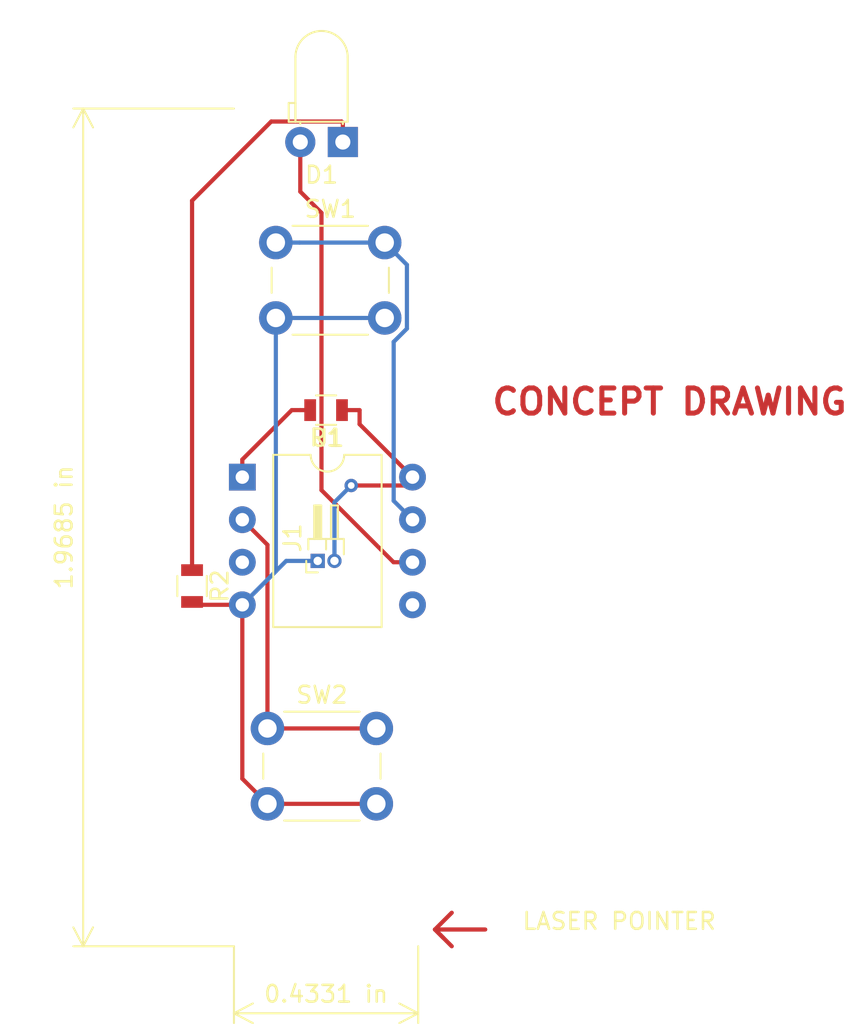
<source format=kicad_pcb>
(kicad_pcb (version 20171130) (host pcbnew "(5.1.2)-1")

  (general
    (thickness 1.6)
    (drawings 8)
    (tracks 49)
    (zones 0)
    (modules 7)
    (nets 10)
  )

  (page A4)
  (layers
    (0 F.Cu signal)
    (31 B.Cu signal)
    (32 B.Adhes user)
    (33 F.Adhes user)
    (34 B.Paste user)
    (35 F.Paste user)
    (36 B.SilkS user)
    (37 F.SilkS user)
    (38 B.Mask user)
    (39 F.Mask user)
    (40 Dwgs.User user)
    (41 Cmts.User user)
    (42 Eco1.User user)
    (43 Eco2.User user)
    (44 Edge.Cuts user)
    (45 Margin user)
    (46 B.CrtYd user)
    (47 F.CrtYd user)
    (48 B.Fab user)
    (49 F.Fab user)
  )

  (setup
    (last_trace_width 0.25)
    (trace_clearance 0.2)
    (zone_clearance 0.508)
    (zone_45_only no)
    (trace_min 0.2)
    (via_size 0.8)
    (via_drill 0.4)
    (via_min_size 0.4)
    (via_min_drill 0.3)
    (uvia_size 0.3)
    (uvia_drill 0.1)
    (uvias_allowed no)
    (uvia_min_size 0.2)
    (uvia_min_drill 0.1)
    (edge_width 0.05)
    (segment_width 0.2)
    (pcb_text_width 0.3)
    (pcb_text_size 1.5 1.5)
    (mod_edge_width 0.12)
    (mod_text_size 1 1)
    (mod_text_width 0.15)
    (pad_size 1.524 1.524)
    (pad_drill 0.762)
    (pad_to_mask_clearance 0.051)
    (solder_mask_min_width 0.25)
    (aux_axis_origin 0 0)
    (visible_elements FFFFFF7F)
    (pcbplotparams
      (layerselection 0x010fc_ffffffff)
      (usegerberextensions false)
      (usegerberattributes false)
      (usegerberadvancedattributes false)
      (creategerberjobfile false)
      (excludeedgelayer true)
      (linewidth 0.100000)
      (plotframeref false)
      (viasonmask false)
      (mode 1)
      (useauxorigin false)
      (hpglpennumber 1)
      (hpglpenspeed 20)
      (hpglpendiameter 15.000000)
      (psnegative false)
      (psa4output false)
      (plotreference true)
      (plotvalue true)
      (plotinvisibletext false)
      (padsonsilk false)
      (subtractmaskfromsilk false)
      (outputformat 1)
      (mirror false)
      (drillshape 1)
      (scaleselection 1)
      (outputdirectory ""))
  )

  (net 0 "")
  (net 1 "Net-(D1-Pad2)")
  (net 2 "Net-(D1-Pad1)")
  (net 3 VCC)
  (net 4 GND)
  (net 5 "Net-(R1-Pad2)")
  (net 6 "Net-(SW1-Pad1)")
  (net 7 "Net-(SW2-Pad1)")
  (net 8 "Net-(U1-Pad3)")
  (net 9 "Net-(U1-Pad5)")

  (net_class Default "This is the default net class."
    (clearance 0.2)
    (trace_width 0.25)
    (via_dia 0.8)
    (via_drill 0.4)
    (uvia_dia 0.3)
    (uvia_drill 0.1)
    (add_net GND)
    (add_net "Net-(D1-Pad1)")
    (add_net "Net-(D1-Pad2)")
    (add_net "Net-(R1-Pad2)")
    (add_net "Net-(SW1-Pad1)")
    (add_net "Net-(SW2-Pad1)")
    (add_net "Net-(U1-Pad3)")
    (add_net "Net-(U1-Pad5)")
    (add_net VCC)
  )

  (module LEDs:LED_D3.0mm_Horizontal_O1.27mm_Z6.0mm (layer F.Cu) (tedit 5880A862) (tstamp 5CE6A956)
    (at 57 26.5 180)
    (descr "LED, diameter 3.0mm z-position of LED center 2.0mm, 2 pins, diameter 3.0mm z-position of LED center 2.0mm, 2 pins, diameter 3.0mm z-position of LED center 2.0mm, 2 pins, diameter 3.0mm z-position of LED center 6.0mm, 2 pins")
    (tags "LED diameter 3.0mm z-position of LED center 2.0mm 2 pins diameter 3.0mm z-position of LED center 2.0mm 2 pins diameter 3.0mm z-position of LED center 2.0mm 2 pins diameter 3.0mm z-position of LED center 6.0mm 2 pins")
    (path /5CE6E6DE)
    (fp_text reference D1 (at 1.27 -1.96) (layer F.SilkS)
      (effects (font (size 1 1) (thickness 0.15)))
    )
    (fp_text value IR204A (at 1.27 7.63) (layer F.Fab)
      (effects (font (size 1 1) (thickness 0.15)))
    )
    (fp_line (start 3.75 -1.25) (end -1.25 -1.25) (layer F.CrtYd) (width 0.05))
    (fp_line (start 3.75 6.9) (end 3.75 -1.25) (layer F.CrtYd) (width 0.05))
    (fp_line (start -1.25 6.9) (end 3.75 6.9) (layer F.CrtYd) (width 0.05))
    (fp_line (start -1.25 -1.25) (end -1.25 6.9) (layer F.CrtYd) (width 0.05))
    (fp_line (start 2.54 1.08) (end 2.54 1.08) (layer F.SilkS) (width 0.12))
    (fp_line (start 2.54 1.21) (end 2.54 1.08) (layer F.SilkS) (width 0.12))
    (fp_line (start 2.54 1.21) (end 2.54 1.21) (layer F.SilkS) (width 0.12))
    (fp_line (start 2.54 1.08) (end 2.54 1.21) (layer F.SilkS) (width 0.12))
    (fp_line (start 0 1.08) (end 0 1.08) (layer F.SilkS) (width 0.12))
    (fp_line (start 0 1.21) (end 0 1.08) (layer F.SilkS) (width 0.12))
    (fp_line (start 0 1.21) (end 0 1.21) (layer F.SilkS) (width 0.12))
    (fp_line (start 0 1.08) (end 0 1.21) (layer F.SilkS) (width 0.12))
    (fp_line (start 2.83 1.21) (end 3.23 1.21) (layer F.SilkS) (width 0.12))
    (fp_line (start 2.83 2.33) (end 2.83 1.21) (layer F.SilkS) (width 0.12))
    (fp_line (start 3.23 2.33) (end 2.83 2.33) (layer F.SilkS) (width 0.12))
    (fp_line (start 3.23 1.21) (end 3.23 2.33) (layer F.SilkS) (width 0.12))
    (fp_line (start -0.29 1.21) (end 2.83 1.21) (layer F.SilkS) (width 0.12))
    (fp_line (start 2.83 1.21) (end 2.83 5.07) (layer F.SilkS) (width 0.12))
    (fp_line (start -0.29 1.21) (end -0.29 5.07) (layer F.SilkS) (width 0.12))
    (fp_line (start 2.54 0) (end 2.54 0) (layer F.Fab) (width 0.1))
    (fp_line (start 2.54 1.27) (end 2.54 0) (layer F.Fab) (width 0.1))
    (fp_line (start 2.54 1.27) (end 2.54 1.27) (layer F.Fab) (width 0.1))
    (fp_line (start 2.54 0) (end 2.54 1.27) (layer F.Fab) (width 0.1))
    (fp_line (start 0 0) (end 0 0) (layer F.Fab) (width 0.1))
    (fp_line (start 0 1.27) (end 0 0) (layer F.Fab) (width 0.1))
    (fp_line (start 0 1.27) (end 0 1.27) (layer F.Fab) (width 0.1))
    (fp_line (start 0 0) (end 0 1.27) (layer F.Fab) (width 0.1))
    (fp_line (start 2.77 1.27) (end 3.17 1.27) (layer F.Fab) (width 0.1))
    (fp_line (start 2.77 2.27) (end 2.77 1.27) (layer F.Fab) (width 0.1))
    (fp_line (start 3.17 2.27) (end 2.77 2.27) (layer F.Fab) (width 0.1))
    (fp_line (start 3.17 1.27) (end 3.17 2.27) (layer F.Fab) (width 0.1))
    (fp_line (start -0.23 1.27) (end 2.77 1.27) (layer F.Fab) (width 0.1))
    (fp_line (start 2.77 1.27) (end 2.77 5.07) (layer F.Fab) (width 0.1))
    (fp_line (start -0.23 1.27) (end -0.23 5.07) (layer F.Fab) (width 0.1))
    (fp_arc (start 1.27 5.07) (end -0.29 5.07) (angle -180) (layer F.SilkS) (width 0.12))
    (fp_arc (start 1.27 5.07) (end -0.23 5.07) (angle -180) (layer F.Fab) (width 0.1))
    (pad 2 thru_hole circle (at 2.54 0 180) (size 1.8 1.8) (drill 0.9) (layers *.Cu *.Mask)
      (net 1 "Net-(D1-Pad2)"))
    (pad 1 thru_hole rect (at 0 0 180) (size 1.8 1.8) (drill 0.9) (layers *.Cu *.Mask)
      (net 2 "Net-(D1-Pad1)"))
    (model ${KISYS3DMOD}/LEDs.3dshapes/LED_D3.0mm_Horizontal_O1.27mm_Z6.0mm.wrl
      (at (xyz 0 0 0))
      (scale (xyz 0.393701 0.393701 0.393701))
      (rotate (xyz 0 0 0))
    )
  )

  (module Pin_Headers:Pin_Header_Angled_1x02_Pitch1.00mm (layer F.Cu) (tedit 59B55814) (tstamp 5CE6AF25)
    (at 55.5 51.5 90)
    (descr "Through hole angled pin header, 1x02, 1.00mm pitch, 2.0mm pin length, single row")
    (tags "Through hole angled pin header THT 1x02 1.00mm single row")
    (path /5CE6C3B6)
    (fp_text reference J1 (at 1.375 -1.5 90) (layer F.SilkS)
      (effects (font (size 1 1) (thickness 0.15)))
    )
    (fp_text value Conn_01x02_Female (at 1.375 2.5 90) (layer F.Fab)
      (effects (font (size 1 1) (thickness 0.15)))
    )
    (fp_text user %R (at 0.75 0.5) (layer F.Fab)
      (effects (font (size 0.6 0.6) (thickness 0.09)))
    )
    (fp_line (start 3.75 -1) (end -1 -1) (layer F.CrtYd) (width 0.05))
    (fp_line (start 3.75 2) (end 3.75 -1) (layer F.CrtYd) (width 0.05))
    (fp_line (start -1 2) (end 3.75 2) (layer F.CrtYd) (width 0.05))
    (fp_line (start -1 -1) (end -1 2) (layer F.CrtYd) (width 0.05))
    (fp_line (start -0.685 -0.685) (end 0 -0.685) (layer F.SilkS) (width 0.12))
    (fp_line (start -0.685 0) (end -0.685 -0.685) (layer F.SilkS) (width 0.12))
    (fp_line (start 3.31 1.21) (end 1.31 1.21) (layer F.SilkS) (width 0.12))
    (fp_line (start 3.31 0.79) (end 3.31 1.21) (layer F.SilkS) (width 0.12))
    (fp_line (start 1.31 0.79) (end 3.31 0.79) (layer F.SilkS) (width 0.12))
    (fp_line (start 0.685 0.5) (end 1.31 0.5) (layer F.SilkS) (width 0.12))
    (fp_line (start 1.31 0.09) (end 3.31 0.09) (layer F.SilkS) (width 0.12))
    (fp_line (start 1.31 -0.03) (end 3.31 -0.03) (layer F.SilkS) (width 0.12))
    (fp_line (start 1.31 -0.15) (end 3.31 -0.15) (layer F.SilkS) (width 0.12))
    (fp_line (start 3.31 0.21) (end 1.31 0.21) (layer F.SilkS) (width 0.12))
    (fp_line (start 3.31 -0.21) (end 3.31 0.21) (layer F.SilkS) (width 0.12))
    (fp_line (start 1.31 -0.21) (end 3.31 -0.21) (layer F.SilkS) (width 0.12))
    (fp_line (start 1.31 1.56) (end 0.394493 1.56) (layer F.SilkS) (width 0.12))
    (fp_line (start 1.31 -0.56) (end 1.31 1.56) (layer F.SilkS) (width 0.12))
    (fp_line (start 0.685 -0.56) (end 1.31 -0.56) (layer F.SilkS) (width 0.12))
    (fp_line (start 1.25 1.15) (end 3.25 1.15) (layer F.Fab) (width 0.1))
    (fp_line (start 3.25 0.85) (end 3.25 1.15) (layer F.Fab) (width 0.1))
    (fp_line (start 1.25 0.85) (end 3.25 0.85) (layer F.Fab) (width 0.1))
    (fp_line (start -0.15 1.15) (end 0.25 1.15) (layer F.Fab) (width 0.1))
    (fp_line (start -0.15 0.85) (end -0.15 1.15) (layer F.Fab) (width 0.1))
    (fp_line (start -0.15 0.85) (end 0.25 0.85) (layer F.Fab) (width 0.1))
    (fp_line (start 1.25 0.15) (end 3.25 0.15) (layer F.Fab) (width 0.1))
    (fp_line (start 3.25 -0.15) (end 3.25 0.15) (layer F.Fab) (width 0.1))
    (fp_line (start 1.25 -0.15) (end 3.25 -0.15) (layer F.Fab) (width 0.1))
    (fp_line (start -0.15 0.15) (end 0.25 0.15) (layer F.Fab) (width 0.1))
    (fp_line (start -0.15 -0.15) (end -0.15 0.15) (layer F.Fab) (width 0.1))
    (fp_line (start -0.15 -0.15) (end 0.25 -0.15) (layer F.Fab) (width 0.1))
    (fp_line (start 0.25 -0.25) (end 0.5 -0.5) (layer F.Fab) (width 0.1))
    (fp_line (start 0.25 1.5) (end 0.25 -0.25) (layer F.Fab) (width 0.1))
    (fp_line (start 1.25 1.5) (end 0.25 1.5) (layer F.Fab) (width 0.1))
    (fp_line (start 1.25 -0.5) (end 1.25 1.5) (layer F.Fab) (width 0.1))
    (fp_line (start 0.5 -0.5) (end 1.25 -0.5) (layer F.Fab) (width 0.1))
    (pad 2 thru_hole oval (at 0 1 90) (size 0.85 0.85) (drill 0.5) (layers *.Cu *.Mask)
      (net 3 VCC))
    (pad 1 thru_hole rect (at 0 0 90) (size 0.85 0.85) (drill 0.5) (layers *.Cu *.Mask)
      (net 4 GND))
    (model ${KISYS3DMOD}/Pin_Headers.3dshapes/Pin_Header_Angled_1x02_Pitch1.00mm.wrl
      (at (xyz 0 0 0))
      (scale (xyz 1 1 1))
      (rotate (xyz 0 0 0))
    )
  )

  (module Resistors_SMD:R_0805 (layer F.Cu) (tedit 58E0A804) (tstamp 5CE6A992)
    (at 56 42.5 180)
    (descr "Resistor SMD 0805, reflow soldering, Vishay (see dcrcw.pdf)")
    (tags "resistor 0805")
    (path /5CE6FE4A)
    (attr smd)
    (fp_text reference R1 (at 0 -1.65) (layer F.SilkS)
      (effects (font (size 1 1) (thickness 0.15)))
    )
    (fp_text value 10k (at 0 1.75) (layer F.Fab)
      (effects (font (size 1 1) (thickness 0.15)))
    )
    (fp_line (start 1.55 0.9) (end -1.55 0.9) (layer F.CrtYd) (width 0.05))
    (fp_line (start 1.55 0.9) (end 1.55 -0.9) (layer F.CrtYd) (width 0.05))
    (fp_line (start -1.55 -0.9) (end -1.55 0.9) (layer F.CrtYd) (width 0.05))
    (fp_line (start -1.55 -0.9) (end 1.55 -0.9) (layer F.CrtYd) (width 0.05))
    (fp_line (start -0.6 -0.88) (end 0.6 -0.88) (layer F.SilkS) (width 0.12))
    (fp_line (start 0.6 0.88) (end -0.6 0.88) (layer F.SilkS) (width 0.12))
    (fp_line (start -1 -0.62) (end 1 -0.62) (layer F.Fab) (width 0.1))
    (fp_line (start 1 -0.62) (end 1 0.62) (layer F.Fab) (width 0.1))
    (fp_line (start 1 0.62) (end -1 0.62) (layer F.Fab) (width 0.1))
    (fp_line (start -1 0.62) (end -1 -0.62) (layer F.Fab) (width 0.1))
    (fp_text user %R (at 0 0) (layer F.Fab)
      (effects (font (size 0.5 0.5) (thickness 0.075)))
    )
    (pad 2 smd rect (at 0.95 0 180) (size 0.7 1.3) (layers F.Cu F.Paste F.Mask)
      (net 5 "Net-(R1-Pad2)"))
    (pad 1 smd rect (at -0.95 0 180) (size 0.7 1.3) (layers F.Cu F.Paste F.Mask)
      (net 3 VCC))
    (model ${KISYS3DMOD}/Resistors_SMD.3dshapes/R_0805.wrl
      (at (xyz 0 0 0))
      (scale (xyz 1 1 1))
      (rotate (xyz 0 0 0))
    )
  )

  (module Resistors_SMD:R_0805 (layer F.Cu) (tedit 58E0A804) (tstamp 5CE6AE23)
    (at 48 53 270)
    (descr "Resistor SMD 0805, reflow soldering, Vishay (see dcrcw.pdf)")
    (tags "resistor 0805")
    (path /5CE7169A)
    (attr smd)
    (fp_text reference R2 (at 0 -1.65 90) (layer F.SilkS)
      (effects (font (size 1 1) (thickness 0.15)))
    )
    (fp_text value 100 (at 0 1.75 90) (layer F.Fab)
      (effects (font (size 1 1) (thickness 0.15)))
    )
    (fp_text user %R (at 0 0 90) (layer F.Fab)
      (effects (font (size 0.5 0.5) (thickness 0.075)))
    )
    (fp_line (start -1 0.62) (end -1 -0.62) (layer F.Fab) (width 0.1))
    (fp_line (start 1 0.62) (end -1 0.62) (layer F.Fab) (width 0.1))
    (fp_line (start 1 -0.62) (end 1 0.62) (layer F.Fab) (width 0.1))
    (fp_line (start -1 -0.62) (end 1 -0.62) (layer F.Fab) (width 0.1))
    (fp_line (start 0.6 0.88) (end -0.6 0.88) (layer F.SilkS) (width 0.12))
    (fp_line (start -0.6 -0.88) (end 0.6 -0.88) (layer F.SilkS) (width 0.12))
    (fp_line (start -1.55 -0.9) (end 1.55 -0.9) (layer F.CrtYd) (width 0.05))
    (fp_line (start -1.55 -0.9) (end -1.55 0.9) (layer F.CrtYd) (width 0.05))
    (fp_line (start 1.55 0.9) (end 1.55 -0.9) (layer F.CrtYd) (width 0.05))
    (fp_line (start 1.55 0.9) (end -1.55 0.9) (layer F.CrtYd) (width 0.05))
    (pad 1 smd rect (at -0.95 0 270) (size 0.7 1.3) (layers F.Cu F.Paste F.Mask)
      (net 2 "Net-(D1-Pad1)"))
    (pad 2 smd rect (at 0.95 0 270) (size 0.7 1.3) (layers F.Cu F.Paste F.Mask)
      (net 4 GND))
    (model ${KISYS3DMOD}/Resistors_SMD.3dshapes/R_0805.wrl
      (at (xyz 0 0 0))
      (scale (xyz 1 1 1))
      (rotate (xyz 0 0 0))
    )
  )

  (module Buttons_Switches_THT:SW_PUSH_6mm_h4.3mm (layer F.Cu) (tedit 5923F252) (tstamp 5CE6ACED)
    (at 53 32.5)
    (descr "tactile push button, 6x6mm e.g. PHAP33xx series, height=4.3mm")
    (tags "tact sw push 6mm")
    (path /5CE72997)
    (fp_text reference SW1 (at 3.25 -2) (layer F.SilkS)
      (effects (font (size 1 1) (thickness 0.15)))
    )
    (fp_text value NEXT (at 3.75 6.7) (layer F.Fab)
      (effects (font (size 1 1) (thickness 0.15)))
    )
    (fp_circle (center 3.25 2.25) (end 1.25 2.5) (layer F.Fab) (width 0.1))
    (fp_line (start 6.75 3) (end 6.75 1.5) (layer F.SilkS) (width 0.12))
    (fp_line (start 5.5 -1) (end 1 -1) (layer F.SilkS) (width 0.12))
    (fp_line (start -0.25 1.5) (end -0.25 3) (layer F.SilkS) (width 0.12))
    (fp_line (start 1 5.5) (end 5.5 5.5) (layer F.SilkS) (width 0.12))
    (fp_line (start 8 -1.25) (end 8 5.75) (layer F.CrtYd) (width 0.05))
    (fp_line (start 7.75 6) (end -1.25 6) (layer F.CrtYd) (width 0.05))
    (fp_line (start -1.5 5.75) (end -1.5 -1.25) (layer F.CrtYd) (width 0.05))
    (fp_line (start -1.25 -1.5) (end 7.75 -1.5) (layer F.CrtYd) (width 0.05))
    (fp_line (start -1.5 6) (end -1.25 6) (layer F.CrtYd) (width 0.05))
    (fp_line (start -1.5 5.75) (end -1.5 6) (layer F.CrtYd) (width 0.05))
    (fp_line (start -1.5 -1.5) (end -1.25 -1.5) (layer F.CrtYd) (width 0.05))
    (fp_line (start -1.5 -1.25) (end -1.5 -1.5) (layer F.CrtYd) (width 0.05))
    (fp_line (start 8 -1.5) (end 8 -1.25) (layer F.CrtYd) (width 0.05))
    (fp_line (start 7.75 -1.5) (end 8 -1.5) (layer F.CrtYd) (width 0.05))
    (fp_line (start 8 6) (end 8 5.75) (layer F.CrtYd) (width 0.05))
    (fp_line (start 7.75 6) (end 8 6) (layer F.CrtYd) (width 0.05))
    (fp_line (start 0.25 -0.75) (end 3.25 -0.75) (layer F.Fab) (width 0.1))
    (fp_line (start 0.25 5.25) (end 0.25 -0.75) (layer F.Fab) (width 0.1))
    (fp_line (start 6.25 5.25) (end 0.25 5.25) (layer F.Fab) (width 0.1))
    (fp_line (start 6.25 -0.75) (end 6.25 5.25) (layer F.Fab) (width 0.1))
    (fp_line (start 3.25 -0.75) (end 6.25 -0.75) (layer F.Fab) (width 0.1))
    (fp_text user %R (at 3.25 2.25) (layer F.Fab)
      (effects (font (size 1 1) (thickness 0.15)))
    )
    (pad 1 thru_hole circle (at 6.5 0 90) (size 2 2) (drill 1.1) (layers *.Cu *.Mask)
      (net 6 "Net-(SW1-Pad1)"))
    (pad 2 thru_hole circle (at 6.5 4.5 90) (size 2 2) (drill 1.1) (layers *.Cu *.Mask)
      (net 4 GND))
    (pad 1 thru_hole circle (at 0 0 90) (size 2 2) (drill 1.1) (layers *.Cu *.Mask)
      (net 6 "Net-(SW1-Pad1)"))
    (pad 2 thru_hole circle (at 0 4.5 90) (size 2 2) (drill 1.1) (layers *.Cu *.Mask)
      (net 4 GND))
    (model ${KISYS3DMOD}/Buttons_Switches_THT.3dshapes/SW_PUSH_6mm_h4.3mm.wrl
      (offset (xyz 0.1269999980926514 0 0))
      (scale (xyz 0.3937 0.3937 0.3937))
      (rotate (xyz 0 0 0))
    )
  )

  (module Buttons_Switches_THT:SW_PUSH_6mm_h4.3mm (layer F.Cu) (tedit 5923F252) (tstamp 5CE6AC55)
    (at 52.5 61.5)
    (descr "tactile push button, 6x6mm e.g. PHAP33xx series, height=4.3mm")
    (tags "tact sw push 6mm")
    (path /5CE73AEC)
    (fp_text reference SW2 (at 3.25 -2) (layer F.SilkS)
      (effects (font (size 1 1) (thickness 0.15)))
    )
    (fp_text value PREV (at 3.75 6.7) (layer F.Fab)
      (effects (font (size 1 1) (thickness 0.15)))
    )
    (fp_text user %R (at 3.25 2.25) (layer F.Fab)
      (effects (font (size 1 1) (thickness 0.15)))
    )
    (fp_line (start 3.25 -0.75) (end 6.25 -0.75) (layer F.Fab) (width 0.1))
    (fp_line (start 6.25 -0.75) (end 6.25 5.25) (layer F.Fab) (width 0.1))
    (fp_line (start 6.25 5.25) (end 0.25 5.25) (layer F.Fab) (width 0.1))
    (fp_line (start 0.25 5.25) (end 0.25 -0.75) (layer F.Fab) (width 0.1))
    (fp_line (start 0.25 -0.75) (end 3.25 -0.75) (layer F.Fab) (width 0.1))
    (fp_line (start 7.75 6) (end 8 6) (layer F.CrtYd) (width 0.05))
    (fp_line (start 8 6) (end 8 5.75) (layer F.CrtYd) (width 0.05))
    (fp_line (start 7.75 -1.5) (end 8 -1.5) (layer F.CrtYd) (width 0.05))
    (fp_line (start 8 -1.5) (end 8 -1.25) (layer F.CrtYd) (width 0.05))
    (fp_line (start -1.5 -1.25) (end -1.5 -1.5) (layer F.CrtYd) (width 0.05))
    (fp_line (start -1.5 -1.5) (end -1.25 -1.5) (layer F.CrtYd) (width 0.05))
    (fp_line (start -1.5 5.75) (end -1.5 6) (layer F.CrtYd) (width 0.05))
    (fp_line (start -1.5 6) (end -1.25 6) (layer F.CrtYd) (width 0.05))
    (fp_line (start -1.25 -1.5) (end 7.75 -1.5) (layer F.CrtYd) (width 0.05))
    (fp_line (start -1.5 5.75) (end -1.5 -1.25) (layer F.CrtYd) (width 0.05))
    (fp_line (start 7.75 6) (end -1.25 6) (layer F.CrtYd) (width 0.05))
    (fp_line (start 8 -1.25) (end 8 5.75) (layer F.CrtYd) (width 0.05))
    (fp_line (start 1 5.5) (end 5.5 5.5) (layer F.SilkS) (width 0.12))
    (fp_line (start -0.25 1.5) (end -0.25 3) (layer F.SilkS) (width 0.12))
    (fp_line (start 5.5 -1) (end 1 -1) (layer F.SilkS) (width 0.12))
    (fp_line (start 6.75 3) (end 6.75 1.5) (layer F.SilkS) (width 0.12))
    (fp_circle (center 3.25 2.25) (end 1.25 2.5) (layer F.Fab) (width 0.1))
    (pad 2 thru_hole circle (at 0 4.5 90) (size 2 2) (drill 1.1) (layers *.Cu *.Mask)
      (net 4 GND))
    (pad 1 thru_hole circle (at 0 0 90) (size 2 2) (drill 1.1) (layers *.Cu *.Mask)
      (net 7 "Net-(SW2-Pad1)"))
    (pad 2 thru_hole circle (at 6.5 4.5 90) (size 2 2) (drill 1.1) (layers *.Cu *.Mask)
      (net 4 GND))
    (pad 1 thru_hole circle (at 6.5 0 90) (size 2 2) (drill 1.1) (layers *.Cu *.Mask)
      (net 7 "Net-(SW2-Pad1)"))
    (model ${KISYS3DMOD}/Buttons_Switches_THT.3dshapes/SW_PUSH_6mm_h4.3mm.wrl
      (offset (xyz 0.1269999980926514 0 0))
      (scale (xyz 0.3937 0.3937 0.3937))
      (rotate (xyz 0 0 0))
    )
  )

  (module Housings_DIP:DIP-8_W10.16mm (layer F.Cu) (tedit 59C78D6B) (tstamp 5CE6A9FD)
    (at 51 46.5)
    (descr "8-lead though-hole mounted DIP package, row spacing 10.16 mm (400 mils)")
    (tags "THT DIP DIL PDIP 2.54mm 10.16mm 400mil")
    (path /5CE6A669)
    (fp_text reference U1 (at 5.08 -2.33) (layer F.SilkS)
      (effects (font (size 1 1) (thickness 0.15)))
    )
    (fp_text value ATtiny85-20PU (at 5.08 9.95) (layer F.Fab)
      (effects (font (size 1 1) (thickness 0.15)))
    )
    (fp_text user %R (at 5.08 3.81) (layer F.Fab)
      (effects (font (size 1 1) (thickness 0.15)))
    )
    (fp_line (start 11.25 -1.55) (end -1.05 -1.55) (layer F.CrtYd) (width 0.05))
    (fp_line (start 11.25 9.15) (end 11.25 -1.55) (layer F.CrtYd) (width 0.05))
    (fp_line (start -1.05 9.15) (end 11.25 9.15) (layer F.CrtYd) (width 0.05))
    (fp_line (start -1.05 -1.55) (end -1.05 9.15) (layer F.CrtYd) (width 0.05))
    (fp_line (start 8.315 -1.33) (end 6.08 -1.33) (layer F.SilkS) (width 0.12))
    (fp_line (start 8.315 8.95) (end 8.315 -1.33) (layer F.SilkS) (width 0.12))
    (fp_line (start 1.845 8.95) (end 8.315 8.95) (layer F.SilkS) (width 0.12))
    (fp_line (start 1.845 -1.33) (end 1.845 8.95) (layer F.SilkS) (width 0.12))
    (fp_line (start 4.08 -1.33) (end 1.845 -1.33) (layer F.SilkS) (width 0.12))
    (fp_line (start 1.905 -0.27) (end 2.905 -1.27) (layer F.Fab) (width 0.1))
    (fp_line (start 1.905 8.89) (end 1.905 -0.27) (layer F.Fab) (width 0.1))
    (fp_line (start 8.255 8.89) (end 1.905 8.89) (layer F.Fab) (width 0.1))
    (fp_line (start 8.255 -1.27) (end 8.255 8.89) (layer F.Fab) (width 0.1))
    (fp_line (start 2.905 -1.27) (end 8.255 -1.27) (layer F.Fab) (width 0.1))
    (fp_arc (start 5.08 -1.33) (end 4.08 -1.33) (angle -180) (layer F.SilkS) (width 0.12))
    (pad 8 thru_hole oval (at 10.16 0) (size 1.6 1.6) (drill 0.8) (layers *.Cu *.Mask)
      (net 3 VCC))
    (pad 4 thru_hole oval (at 0 7.62) (size 1.6 1.6) (drill 0.8) (layers *.Cu *.Mask)
      (net 4 GND))
    (pad 7 thru_hole oval (at 10.16 2.54) (size 1.6 1.6) (drill 0.8) (layers *.Cu *.Mask)
      (net 6 "Net-(SW1-Pad1)"))
    (pad 3 thru_hole oval (at 0 5.08) (size 1.6 1.6) (drill 0.8) (layers *.Cu *.Mask)
      (net 8 "Net-(U1-Pad3)"))
    (pad 6 thru_hole oval (at 10.16 5.08) (size 1.6 1.6) (drill 0.8) (layers *.Cu *.Mask)
      (net 1 "Net-(D1-Pad2)"))
    (pad 2 thru_hole oval (at 0 2.54) (size 1.6 1.6) (drill 0.8) (layers *.Cu *.Mask)
      (net 7 "Net-(SW2-Pad1)"))
    (pad 5 thru_hole oval (at 10.16 7.62) (size 1.6 1.6) (drill 0.8) (layers *.Cu *.Mask)
      (net 9 "Net-(U1-Pad5)"))
    (pad 1 thru_hole rect (at 0 0) (size 1.6 1.6) (drill 0.8) (layers *.Cu *.Mask)
      (net 5 "Net-(R1-Pad2)"))
    (model ${KISYS3DMOD}/Housings_DIP.3dshapes/DIP-8_W10.16mm.wrl
      (at (xyz 0 0 0))
      (scale (xyz 1 1 1))
      (rotate (xyz 0 0 0))
    )
  )

  (gr_text "LASER POINTER\n" (at 73.5 73) (layer F.SilkS)
    (effects (font (size 1 1) (thickness 0.15)))
  )
  (dimension 50 (width 0.12) (layer F.SilkS)
    (gr_text "50.000 mm" (at 40.23 49.5 270) (layer F.SilkS)
      (effects (font (size 1 1) (thickness 0.15)))
    )
    (feature1 (pts (xy 50.5 74.5) (xy 40.913579 74.5)))
    (feature2 (pts (xy 50.5 24.5) (xy 40.913579 24.5)))
    (crossbar (pts (xy 41.5 24.5) (xy 41.5 74.5)))
    (arrow1a (pts (xy 41.5 74.5) (xy 40.913579 73.373496)))
    (arrow1b (pts (xy 41.5 74.5) (xy 42.086421 73.373496)))
    (arrow2a (pts (xy 41.5 24.5) (xy 40.913579 25.626504)))
    (arrow2b (pts (xy 41.5 24.5) (xy 42.086421 25.626504)))
  )
  (dimension 11 (width 0.12) (layer F.SilkS)
    (gr_text "11.000 mm" (at 56 79.77) (layer F.SilkS)
      (effects (font (size 1 1) (thickness 0.15)))
    )
    (feature1 (pts (xy 61.5 74.5) (xy 61.5 79.086421)))
    (feature2 (pts (xy 50.5 74.5) (xy 50.5 79.086421)))
    (crossbar (pts (xy 50.5 78.5) (xy 61.5 78.5)))
    (arrow1a (pts (xy 61.5 78.5) (xy 60.373496 79.086421)))
    (arrow1b (pts (xy 61.5 78.5) (xy 60.373496 77.913579)))
    (arrow2a (pts (xy 50.5 78.5) (xy 51.626504 79.086421)))
    (arrow2b (pts (xy 50.5 78.5) (xy 51.626504 77.913579)))
  )
  (gr_text "CONCEPT DRAWING\n" (at 76.5 42) (layer F.Cu)
    (effects (font (size 1.5 1.5) (thickness 0.3)))
  )
  (gr_line (start 61.5 24.5) (end 50.5 24.5) (layer Margin) (width 0.15) (tstamp 5CE6AB92))
  (gr_line (start 61.5 74.5) (end 61.5 24.5) (layer Margin) (width 0.15) (tstamp 5CE6AB96))
  (gr_line (start 50.5 74.5) (end 61.5 74.5) (layer Margin) (width 0.15))
  (gr_line (start 50.5 24.5) (end 50.5 74.5) (layer Margin) (width 0.15))

  (segment (start 65.5 73.5) (end 62.5 73.5) (width 0.25) (layer F.Cu) (net 0))
  (segment (start 62.5 73.5) (end 63.5 72.5) (width 0.25) (layer F.Cu) (net 0))
  (segment (start 62.5 73.5) (end 63 74) (width 0.25) (layer F.Cu) (net 0))
  (segment (start 62.5 73.5) (end 63.5 74.5) (width 0.25) (layer F.Cu) (net 0))
  (segment (start 54.46 29.46) (end 54.46 26.5) (width 0.25) (layer F.Cu) (net 1))
  (segment (start 55.725001 30.725001) (end 54.46 29.46) (width 0.25) (layer F.Cu) (net 1))
  (segment (start 55.725001 47.276371) (end 55.725001 30.725001) (width 0.25) (layer F.Cu) (net 1))
  (segment (start 61.16 51.58) (end 60.02863 51.58) (width 0.25) (layer F.Cu) (net 1))
  (segment (start 60.02863 51.58) (end 55.725001 47.276371) (width 0.25) (layer F.Cu) (net 1))
  (segment (start 48 52.05) (end 48 30) (width 0.25) (layer F.Cu) (net 2))
  (segment (start 57 25.35) (end 57 26.5) (width 0.25) (layer F.Cu) (net 2))
  (segment (start 56.924999 25.274999) (end 57 25.35) (width 0.25) (layer F.Cu) (net 2))
  (segment (start 52.725001 25.274999) (end 56.924999 25.274999) (width 0.25) (layer F.Cu) (net 2))
  (segment (start 48 30) (end 52.725001 25.274999) (width 0.25) (layer F.Cu) (net 2))
  (segment (start 56.95 42.5) (end 58 42.5) (width 0.25) (layer F.Cu) (net 3))
  (segment (start 58 43.34) (end 61.16 46.5) (width 0.25) (layer F.Cu) (net 3))
  (segment (start 58 42.5) (end 58 43.34) (width 0.25) (layer F.Cu) (net 3))
  (segment (start 56.5 51.5) (end 56.5 48) (width 0.25) (layer B.Cu) (net 3))
  (segment (start 56.5 48) (end 57.5 47) (width 0.25) (layer B.Cu) (net 3))
  (via (at 57.5 47) (size 0.8) (drill 0.4) (layers F.Cu B.Cu) (net 3))
  (segment (start 60.66 47) (end 61.16 46.5) (width 0.25) (layer F.Cu) (net 3))
  (segment (start 57.5 47) (end 60.66 47) (width 0.25) (layer F.Cu) (net 3))
  (segment (start 52.5 66) (end 59 66) (width 0.25) (layer F.Cu) (net 4))
  (segment (start 51 64.5) (end 51 54.12) (width 0.25) (layer F.Cu) (net 4))
  (segment (start 52.5 66) (end 51 64.5) (width 0.25) (layer F.Cu) (net 4))
  (segment (start 48.17 54.12) (end 48 53.95) (width 0.25) (layer F.Cu) (net 4))
  (segment (start 51 54.12) (end 48.17 54.12) (width 0.25) (layer F.Cu) (net 4))
  (segment (start 58.085787 37) (end 53 37) (width 0.25) (layer B.Cu) (net 4))
  (segment (start 59.5 37) (end 58.085787 37) (width 0.25) (layer B.Cu) (net 4))
  (segment (start 53 52.12) (end 51 54.12) (width 0.25) (layer B.Cu) (net 4))
  (segment (start 53 37) (end 53 52.12) (width 0.25) (layer B.Cu) (net 4))
  (segment (start 51.799999 53.320001) (end 51 54.12) (width 0.25) (layer B.Cu) (net 4))
  (segment (start 53.62 51.5) (end 51.799999 53.320001) (width 0.25) (layer B.Cu) (net 4))
  (segment (start 55.5 51.5) (end 53.62 51.5) (width 0.25) (layer B.Cu) (net 4))
  (segment (start 54.45 42.5) (end 55.05 42.5) (width 0.25) (layer F.Cu) (net 5))
  (segment (start 53.95 42.5) (end 54.45 42.5) (width 0.25) (layer F.Cu) (net 5))
  (segment (start 51 45.45) (end 53.95 42.5) (width 0.25) (layer F.Cu) (net 5))
  (segment (start 51 46.5) (end 51 45.45) (width 0.25) (layer F.Cu) (net 5))
  (segment (start 54.414213 32.5) (end 59.5 32.5) (width 0.25) (layer B.Cu) (net 6))
  (segment (start 53 32.5) (end 54.414213 32.5) (width 0.25) (layer B.Cu) (net 6))
  (segment (start 60.499999 33.499999) (end 59.5 32.5) (width 0.25) (layer B.Cu) (net 6))
  (segment (start 60.825001 33.825001) (end 60.499999 33.499999) (width 0.25) (layer B.Cu) (net 6))
  (segment (start 60.825001 37.636001) (end 60.825001 33.825001) (width 0.25) (layer B.Cu) (net 6))
  (segment (start 60.034999 38.426003) (end 60.825001 37.636001) (width 0.25) (layer B.Cu) (net 6))
  (segment (start 60.034999 47.914999) (end 60.034999 38.426003) (width 0.25) (layer B.Cu) (net 6))
  (segment (start 61.16 49.04) (end 60.034999 47.914999) (width 0.25) (layer B.Cu) (net 6))
  (segment (start 52.5 61.5) (end 59 61.5) (width 0.25) (layer F.Cu) (net 7))
  (segment (start 52.5 50.54) (end 51 49.04) (width 0.25) (layer F.Cu) (net 7))
  (segment (start 52.5 61.5) (end 52.5 50.54) (width 0.25) (layer F.Cu) (net 7))

)

</source>
